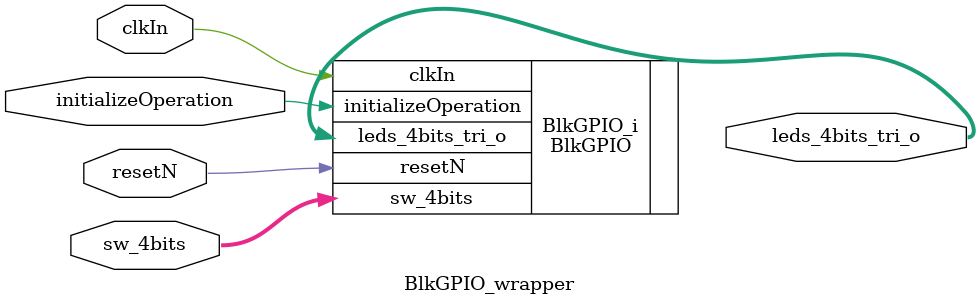
<source format=v>
`timescale 1 ps / 1 ps

module BlkGPIO_wrapper
   (clkIn,
    initializeOperation,
    leds_4bits_tri_o,
    resetN,
    sw_4bits);
  input clkIn;
  input initializeOperation;
  output [3:0]leds_4bits_tri_o;
  input resetN;
  input [3:0]sw_4bits;

  wire clkIn;
  wire initializeOperation;
  wire [3:0]leds_4bits_tri_o;
  wire resetN;
  wire [3:0]sw_4bits;

  BlkGPIO BlkGPIO_i
       (.clkIn(clkIn),
        .initializeOperation(initializeOperation),
        .leds_4bits_tri_o(leds_4bits_tri_o),
        .resetN(resetN),
        .sw_4bits(sw_4bits));
endmodule

</source>
